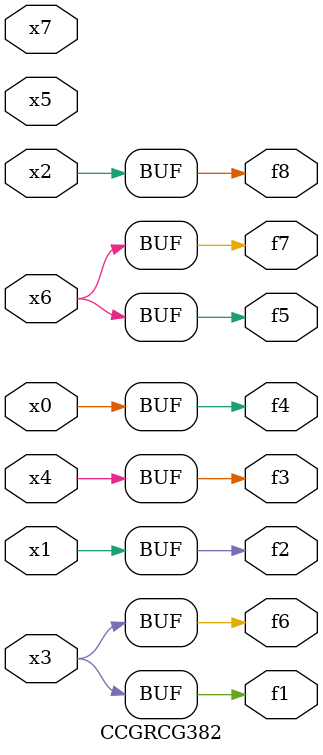
<source format=v>
module CCGRCG382(
	input x0, x1, x2, x3, x4, x5, x6, x7,
	output f1, f2, f3, f4, f5, f6, f7, f8
);
	assign f1 = x3;
	assign f2 = x1;
	assign f3 = x4;
	assign f4 = x0;
	assign f5 = x6;
	assign f6 = x3;
	assign f7 = x6;
	assign f8 = x2;
endmodule

</source>
